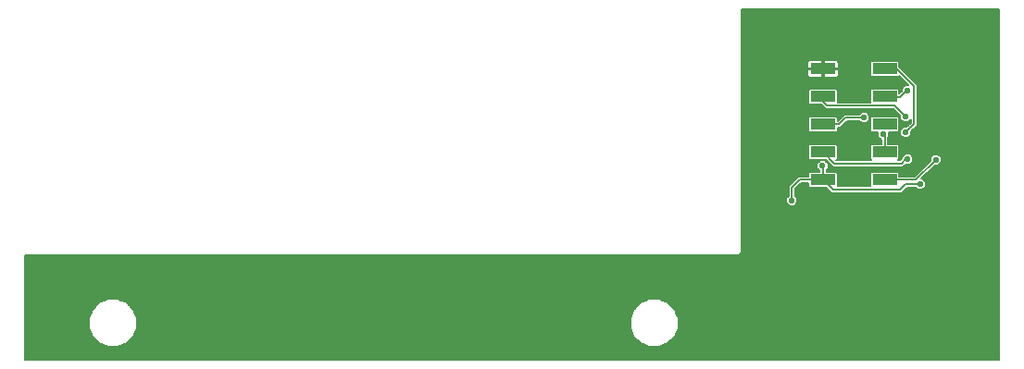
<source format=gbl>
G75*
%MOIN*%
%OFA0B0*%
%FSLAX25Y25*%
%IPPOS*%
%LPD*%
%AMOC8*
5,1,8,0,0,1.08239X$1,22.5*
%
%ADD10R,0.08750X0.04000*%
%ADD11C,0.02266*%
%ADD12C,0.00787*%
%ADD13C,0.00591*%
D10*
X0388505Y0158107D03*
X0410755Y0158107D03*
X0410755Y0168107D03*
X0388505Y0168107D03*
X0388505Y0178107D03*
X0410755Y0178107D03*
X0410755Y0188107D03*
X0388505Y0188107D03*
X0388505Y0198107D03*
X0410755Y0198107D03*
D11*
X0396677Y0196610D03*
X0396677Y0199760D03*
X0389197Y0193067D03*
X0418921Y0190114D03*
X0418331Y0180862D03*
X0418331Y0175154D03*
X0410260Y0174466D03*
X0403370Y0180469D03*
X0419000Y0165508D03*
X0429157Y0165311D03*
X0423449Y0156453D03*
X0388409Y0163146D03*
X0377383Y0150706D03*
D12*
X0377383Y0155296D01*
X0380193Y0158107D01*
X0388505Y0158107D01*
X0388505Y0163051D01*
X0388409Y0163146D01*
X0392678Y0163933D02*
X0388505Y0168107D01*
X0392678Y0163933D02*
X0416756Y0163933D01*
X0418331Y0165508D01*
X0419000Y0165508D01*
X0410755Y0168107D02*
X0410755Y0173971D01*
X0410260Y0174466D01*
X0392127Y0154485D02*
X0388505Y0158107D01*
X0392127Y0154485D02*
X0416362Y0154485D01*
X0418331Y0156453D01*
X0423449Y0156453D01*
D13*
X0101327Y0130937D02*
X0101327Y0093386D01*
X0451870Y0093386D01*
X0451870Y0219520D01*
X0359201Y0219520D01*
X0359201Y0132047D01*
X0358091Y0130937D01*
X0101327Y0130937D01*
X0101327Y0130587D02*
X0451870Y0130587D01*
X0451870Y0131176D02*
X0358330Y0131176D01*
X0358919Y0131765D02*
X0451870Y0131765D01*
X0451870Y0132354D02*
X0359201Y0132354D01*
X0359201Y0132943D02*
X0451870Y0132943D01*
X0451870Y0133532D02*
X0359201Y0133532D01*
X0359201Y0134121D02*
X0451870Y0134121D01*
X0451870Y0134710D02*
X0359201Y0134710D01*
X0359201Y0135299D02*
X0451870Y0135299D01*
X0451870Y0135888D02*
X0359201Y0135888D01*
X0359201Y0136477D02*
X0451870Y0136477D01*
X0451870Y0137066D02*
X0359201Y0137066D01*
X0359201Y0137655D02*
X0451870Y0137655D01*
X0451870Y0138245D02*
X0359201Y0138245D01*
X0359201Y0138834D02*
X0451870Y0138834D01*
X0451870Y0139423D02*
X0359201Y0139423D01*
X0359201Y0140012D02*
X0451870Y0140012D01*
X0451870Y0140601D02*
X0359201Y0140601D01*
X0359201Y0141190D02*
X0451870Y0141190D01*
X0451870Y0141779D02*
X0359201Y0141779D01*
X0359201Y0142368D02*
X0451870Y0142368D01*
X0451870Y0142957D02*
X0359201Y0142957D01*
X0359201Y0143546D02*
X0451870Y0143546D01*
X0451870Y0144135D02*
X0359201Y0144135D01*
X0359201Y0144724D02*
X0451870Y0144724D01*
X0451870Y0145313D02*
X0359201Y0145313D01*
X0359201Y0145902D02*
X0451870Y0145902D01*
X0451870Y0146491D02*
X0359201Y0146491D01*
X0359201Y0147080D02*
X0451870Y0147080D01*
X0451870Y0147670D02*
X0359201Y0147670D01*
X0359201Y0148259D02*
X0451870Y0148259D01*
X0451870Y0148848D02*
X0378393Y0148848D01*
X0378223Y0148678D02*
X0379411Y0149866D01*
X0379411Y0151547D01*
X0378672Y0152286D01*
X0378672Y0154762D01*
X0380727Y0156818D01*
X0383235Y0156818D01*
X0383235Y0155736D01*
X0383759Y0155211D01*
X0389577Y0155211D01*
X0391593Y0153196D01*
X0416896Y0153196D01*
X0417651Y0153951D01*
X0418865Y0155164D01*
X0421869Y0155164D01*
X0422609Y0154425D01*
X0424289Y0154425D01*
X0425477Y0155613D01*
X0425477Y0157293D01*
X0424289Y0158481D01*
X0424011Y0158481D01*
X0428813Y0163283D01*
X0429998Y0163283D01*
X0431186Y0164471D01*
X0431186Y0166151D01*
X0429998Y0167340D01*
X0428317Y0167340D01*
X0427129Y0166151D01*
X0427129Y0164967D01*
X0421460Y0159297D01*
X0416025Y0159297D01*
X0416025Y0160477D01*
X0415500Y0161002D01*
X0406009Y0161002D01*
X0405485Y0160477D01*
X0405485Y0155773D01*
X0393775Y0155773D01*
X0393775Y0160477D01*
X0393250Y0161002D01*
X0389794Y0161002D01*
X0389794Y0161662D01*
X0390438Y0162306D01*
X0390438Y0163986D01*
X0389250Y0165174D01*
X0387569Y0165174D01*
X0386381Y0163986D01*
X0386381Y0162306D01*
X0387216Y0161471D01*
X0387216Y0161002D01*
X0383759Y0161002D01*
X0383235Y0160477D01*
X0383235Y0159396D01*
X0379659Y0159396D01*
X0376849Y0156585D01*
X0376094Y0155830D01*
X0376094Y0152286D01*
X0375355Y0151547D01*
X0375355Y0149866D01*
X0376543Y0148678D01*
X0378223Y0148678D01*
X0378982Y0149437D02*
X0451870Y0149437D01*
X0451870Y0150026D02*
X0379411Y0150026D01*
X0379411Y0150615D02*
X0451870Y0150615D01*
X0451870Y0151204D02*
X0379411Y0151204D01*
X0379165Y0151793D02*
X0451870Y0151793D01*
X0451870Y0152382D02*
X0378672Y0152382D01*
X0378672Y0152971D02*
X0451870Y0152971D01*
X0451870Y0153560D02*
X0417261Y0153560D01*
X0417850Y0154149D02*
X0451870Y0154149D01*
X0451870Y0154738D02*
X0424603Y0154738D01*
X0425192Y0155327D02*
X0451870Y0155327D01*
X0451870Y0155916D02*
X0425477Y0155916D01*
X0425477Y0156505D02*
X0451870Y0156505D01*
X0451870Y0157095D02*
X0425477Y0157095D01*
X0425087Y0157684D02*
X0451870Y0157684D01*
X0451870Y0158273D02*
X0424498Y0158273D01*
X0424392Y0158862D02*
X0451870Y0158862D01*
X0451870Y0159451D02*
X0424981Y0159451D01*
X0425570Y0160040D02*
X0451870Y0160040D01*
X0451870Y0160629D02*
X0426159Y0160629D01*
X0426748Y0161218D02*
X0451870Y0161218D01*
X0451870Y0161807D02*
X0427337Y0161807D01*
X0427926Y0162396D02*
X0451870Y0162396D01*
X0451870Y0162985D02*
X0428515Y0162985D01*
X0430289Y0163574D02*
X0451870Y0163574D01*
X0451870Y0164163D02*
X0430878Y0164163D01*
X0431186Y0164752D02*
X0451870Y0164752D01*
X0451870Y0165341D02*
X0431186Y0165341D01*
X0431186Y0165930D02*
X0451870Y0165930D01*
X0451870Y0166520D02*
X0430818Y0166520D01*
X0430229Y0167109D02*
X0451870Y0167109D01*
X0451870Y0167698D02*
X0416025Y0167698D01*
X0416025Y0168287D02*
X0451870Y0168287D01*
X0451870Y0168876D02*
X0416025Y0168876D01*
X0416025Y0169465D02*
X0451870Y0169465D01*
X0451870Y0170054D02*
X0416025Y0170054D01*
X0416025Y0170477D02*
X0415500Y0171002D01*
X0412044Y0171002D01*
X0412044Y0173381D01*
X0412288Y0173625D01*
X0412288Y0175211D01*
X0415500Y0175211D01*
X0416025Y0175736D01*
X0416025Y0180477D01*
X0415500Y0181002D01*
X0406009Y0181002D01*
X0405485Y0180477D01*
X0405485Y0175736D01*
X0406009Y0175211D01*
X0408231Y0175211D01*
X0408231Y0173625D01*
X0409420Y0172437D01*
X0409466Y0172437D01*
X0409466Y0171002D01*
X0406009Y0171002D01*
X0405485Y0170477D01*
X0405485Y0165736D01*
X0405998Y0165222D01*
X0393261Y0165222D01*
X0393775Y0165736D01*
X0393775Y0170477D01*
X0393250Y0171002D01*
X0383759Y0171002D01*
X0383235Y0170477D01*
X0383235Y0165736D01*
X0383759Y0165211D01*
X0389577Y0165211D01*
X0392144Y0162644D01*
X0417290Y0162644D01*
X0418045Y0163399D01*
X0418143Y0163497D01*
X0418160Y0163480D01*
X0419840Y0163480D01*
X0421028Y0164668D01*
X0421028Y0166348D01*
X0419840Y0167536D01*
X0418160Y0167536D01*
X0416972Y0166348D01*
X0416972Y0165972D01*
X0416222Y0165222D01*
X0415511Y0165222D01*
X0416025Y0165736D01*
X0416025Y0170477D01*
X0415859Y0170643D02*
X0451870Y0170643D01*
X0451870Y0171232D02*
X0412044Y0171232D01*
X0412044Y0171821D02*
X0451870Y0171821D01*
X0451870Y0172410D02*
X0412044Y0172410D01*
X0412044Y0172999D02*
X0451870Y0172999D01*
X0451870Y0173588D02*
X0419634Y0173588D01*
X0419171Y0173125D02*
X0420359Y0174314D01*
X0420359Y0175498D01*
X0422474Y0177613D01*
X0422474Y0192379D01*
X0421777Y0193077D01*
X0421777Y0193077D01*
X0416254Y0198600D01*
X0416025Y0198828D01*
X0416025Y0200477D01*
X0415500Y0201002D01*
X0406009Y0201002D01*
X0405485Y0200477D01*
X0405485Y0195736D01*
X0406009Y0195211D01*
X0415500Y0195211D01*
X0415887Y0195598D01*
X0419343Y0192143D01*
X0418081Y0192143D01*
X0416893Y0190955D01*
X0416893Y0190163D01*
X0416025Y0189295D01*
X0416025Y0190477D01*
X0415500Y0191002D01*
X0406009Y0191002D01*
X0405485Y0190477D01*
X0405485Y0185990D01*
X0393775Y0185990D01*
X0393775Y0190477D01*
X0393250Y0191002D01*
X0383759Y0191002D01*
X0383235Y0190477D01*
X0383235Y0185736D01*
X0383759Y0185211D01*
X0387889Y0185211D01*
X0388794Y0184306D01*
X0389491Y0183609D01*
X0413901Y0183609D01*
X0416302Y0181207D01*
X0416302Y0180022D01*
X0417491Y0178834D01*
X0419171Y0178834D01*
X0420093Y0179756D01*
X0420093Y0178600D01*
X0418675Y0177182D01*
X0417491Y0177182D01*
X0416302Y0175994D01*
X0416302Y0174314D01*
X0417491Y0173125D01*
X0419171Y0173125D01*
X0420223Y0174177D02*
X0451870Y0174177D01*
X0451870Y0174766D02*
X0420359Y0174766D01*
X0420359Y0175355D02*
X0451870Y0175355D01*
X0451870Y0175945D02*
X0420805Y0175945D01*
X0421394Y0176534D02*
X0451870Y0176534D01*
X0451870Y0177123D02*
X0421983Y0177123D01*
X0422474Y0177712D02*
X0451870Y0177712D01*
X0451870Y0178301D02*
X0422474Y0178301D01*
X0422474Y0178890D02*
X0451870Y0178890D01*
X0451870Y0179479D02*
X0422474Y0179479D01*
X0422474Y0180068D02*
X0451870Y0180068D01*
X0451870Y0180657D02*
X0422474Y0180657D01*
X0422474Y0181246D02*
X0451870Y0181246D01*
X0451870Y0181835D02*
X0422474Y0181835D01*
X0422474Y0182424D02*
X0451870Y0182424D01*
X0451870Y0183013D02*
X0422474Y0183013D01*
X0422474Y0183602D02*
X0451870Y0183602D01*
X0451870Y0184191D02*
X0422474Y0184191D01*
X0422474Y0184780D02*
X0451870Y0184780D01*
X0451870Y0185370D02*
X0422474Y0185370D01*
X0422474Y0185959D02*
X0451870Y0185959D01*
X0451870Y0186548D02*
X0422474Y0186548D01*
X0422474Y0187137D02*
X0451870Y0187137D01*
X0451870Y0187726D02*
X0422474Y0187726D01*
X0422474Y0188315D02*
X0451870Y0188315D01*
X0451870Y0188904D02*
X0422474Y0188904D01*
X0422474Y0189493D02*
X0451870Y0189493D01*
X0451870Y0190082D02*
X0422474Y0190082D01*
X0422474Y0190671D02*
X0451870Y0190671D01*
X0451870Y0191260D02*
X0422474Y0191260D01*
X0422474Y0191849D02*
X0451870Y0191849D01*
X0451870Y0192438D02*
X0422415Y0192438D01*
X0421826Y0193027D02*
X0451870Y0193027D01*
X0451870Y0193616D02*
X0421237Y0193616D01*
X0420648Y0194205D02*
X0451870Y0194205D01*
X0451870Y0194795D02*
X0420059Y0194795D01*
X0419470Y0195384D02*
X0451870Y0195384D01*
X0451870Y0195973D02*
X0418881Y0195973D01*
X0418291Y0196562D02*
X0451870Y0196562D01*
X0451870Y0197151D02*
X0417702Y0197151D01*
X0417113Y0197740D02*
X0451870Y0197740D01*
X0451870Y0198329D02*
X0416524Y0198329D01*
X0416254Y0198600D02*
X0416254Y0198600D01*
X0416025Y0198918D02*
X0451870Y0198918D01*
X0451870Y0199507D02*
X0416025Y0199507D01*
X0416025Y0200096D02*
X0451870Y0200096D01*
X0451870Y0200685D02*
X0415817Y0200685D01*
X0405692Y0200685D02*
X0394041Y0200685D01*
X0394087Y0200607D02*
X0393916Y0200902D01*
X0393675Y0201143D01*
X0393379Y0201314D01*
X0393050Y0201402D01*
X0388800Y0201402D01*
X0388800Y0198402D01*
X0388209Y0198402D01*
X0388209Y0197811D01*
X0382835Y0197811D01*
X0382835Y0195936D01*
X0382923Y0195607D01*
X0383093Y0195311D01*
X0383335Y0195070D01*
X0383630Y0194900D01*
X0383959Y0194811D01*
X0388209Y0194811D01*
X0388209Y0197811D01*
X0388800Y0197811D01*
X0388800Y0194811D01*
X0393050Y0194811D01*
X0393379Y0194900D01*
X0393675Y0195070D01*
X0393916Y0195311D01*
X0394087Y0195607D01*
X0394175Y0195936D01*
X0394175Y0197811D01*
X0388800Y0197811D01*
X0388800Y0198402D01*
X0394175Y0198402D01*
X0394175Y0200277D01*
X0394087Y0200607D01*
X0394175Y0200096D02*
X0405485Y0200096D01*
X0405485Y0199507D02*
X0394175Y0199507D01*
X0394175Y0198918D02*
X0405485Y0198918D01*
X0405485Y0198329D02*
X0388800Y0198329D01*
X0388800Y0198918D02*
X0388209Y0198918D01*
X0388209Y0198402D02*
X0388209Y0201402D01*
X0383959Y0201402D01*
X0383630Y0201314D01*
X0383335Y0201143D01*
X0383093Y0200902D01*
X0382923Y0200607D01*
X0382835Y0200277D01*
X0382835Y0198402D01*
X0388209Y0198402D01*
X0388209Y0198329D02*
X0359201Y0198329D01*
X0359201Y0198918D02*
X0382835Y0198918D01*
X0382835Y0199507D02*
X0359201Y0199507D01*
X0359201Y0200096D02*
X0382835Y0200096D01*
X0382968Y0200685D02*
X0359201Y0200685D01*
X0359201Y0201274D02*
X0383562Y0201274D01*
X0388209Y0201274D02*
X0388800Y0201274D01*
X0388800Y0200685D02*
X0388209Y0200685D01*
X0388209Y0200096D02*
X0388800Y0200096D01*
X0388800Y0199507D02*
X0388209Y0199507D01*
X0388209Y0197740D02*
X0388800Y0197740D01*
X0388800Y0197151D02*
X0388209Y0197151D01*
X0388209Y0196562D02*
X0388800Y0196562D01*
X0388800Y0195973D02*
X0388209Y0195973D01*
X0388209Y0195384D02*
X0388800Y0195384D01*
X0393958Y0195384D02*
X0405837Y0195384D01*
X0405485Y0195973D02*
X0394175Y0195973D01*
X0394175Y0196562D02*
X0405485Y0196562D01*
X0405485Y0197151D02*
X0394175Y0197151D01*
X0394175Y0197740D02*
X0405485Y0197740D01*
X0410755Y0198107D02*
X0415063Y0198107D01*
X0421283Y0191886D01*
X0421283Y0178107D01*
X0418331Y0175154D01*
X0416842Y0176534D02*
X0416025Y0176534D01*
X0416025Y0177123D02*
X0417431Y0177123D01*
X0416025Y0177712D02*
X0419205Y0177712D01*
X0419794Y0178301D02*
X0416025Y0178301D01*
X0416025Y0178890D02*
X0417435Y0178890D01*
X0416846Y0179479D02*
X0416025Y0179479D01*
X0416025Y0180068D02*
X0416302Y0180068D01*
X0416302Y0180657D02*
X0415845Y0180657D01*
X0416263Y0181246D02*
X0405398Y0181246D01*
X0405398Y0181309D02*
X0404210Y0182497D01*
X0402530Y0182497D01*
X0401692Y0181659D01*
X0396184Y0181659D01*
X0393822Y0179297D01*
X0393775Y0179297D01*
X0393775Y0180477D01*
X0393250Y0181002D01*
X0383759Y0181002D01*
X0383235Y0180477D01*
X0383235Y0175736D01*
X0383759Y0175211D01*
X0393250Y0175211D01*
X0393775Y0175736D01*
X0393775Y0176916D01*
X0394808Y0176916D01*
X0397170Y0179278D01*
X0401692Y0179278D01*
X0402530Y0178440D01*
X0404210Y0178440D01*
X0405398Y0179629D01*
X0405398Y0181309D01*
X0405398Y0180657D02*
X0405664Y0180657D01*
X0405485Y0180068D02*
X0405398Y0180068D01*
X0405485Y0179479D02*
X0405249Y0179479D01*
X0405485Y0178890D02*
X0404660Y0178890D01*
X0405485Y0178301D02*
X0396193Y0178301D01*
X0396782Y0178890D02*
X0402080Y0178890D01*
X0403370Y0180469D02*
X0396677Y0180469D01*
X0394315Y0178107D01*
X0388505Y0178107D01*
X0383235Y0178301D02*
X0359201Y0178301D01*
X0359201Y0178890D02*
X0383235Y0178890D01*
X0383235Y0179479D02*
X0359201Y0179479D01*
X0359201Y0180068D02*
X0383235Y0180068D01*
X0383414Y0180657D02*
X0359201Y0180657D01*
X0359201Y0181246D02*
X0395771Y0181246D01*
X0395182Y0180657D02*
X0393595Y0180657D01*
X0393775Y0180068D02*
X0394593Y0180068D01*
X0394004Y0179479D02*
X0393775Y0179479D01*
X0395604Y0177712D02*
X0405485Y0177712D01*
X0405485Y0177123D02*
X0395015Y0177123D01*
X0393775Y0176534D02*
X0405485Y0176534D01*
X0405485Y0175945D02*
X0393775Y0175945D01*
X0393395Y0175355D02*
X0405865Y0175355D01*
X0408231Y0174766D02*
X0359201Y0174766D01*
X0359201Y0174177D02*
X0408231Y0174177D01*
X0408269Y0173588D02*
X0359201Y0173588D01*
X0359201Y0172999D02*
X0408858Y0172999D01*
X0409466Y0172410D02*
X0359201Y0172410D01*
X0359201Y0171821D02*
X0409466Y0171821D01*
X0409466Y0171232D02*
X0359201Y0171232D01*
X0359201Y0170643D02*
X0383400Y0170643D01*
X0383235Y0170054D02*
X0359201Y0170054D01*
X0359201Y0169465D02*
X0383235Y0169465D01*
X0383235Y0168876D02*
X0359201Y0168876D01*
X0359201Y0168287D02*
X0383235Y0168287D01*
X0383235Y0167698D02*
X0359201Y0167698D01*
X0359201Y0167109D02*
X0383235Y0167109D01*
X0383235Y0166520D02*
X0359201Y0166520D01*
X0359201Y0165930D02*
X0383235Y0165930D01*
X0383629Y0165341D02*
X0359201Y0165341D01*
X0359201Y0164752D02*
X0387147Y0164752D01*
X0386558Y0164163D02*
X0359201Y0164163D01*
X0359201Y0163574D02*
X0386381Y0163574D01*
X0386381Y0162985D02*
X0359201Y0162985D01*
X0359201Y0162396D02*
X0386381Y0162396D01*
X0386880Y0161807D02*
X0359201Y0161807D01*
X0359201Y0161218D02*
X0387216Y0161218D01*
X0389794Y0161218D02*
X0423380Y0161218D01*
X0422791Y0160629D02*
X0415873Y0160629D01*
X0416025Y0160040D02*
X0422202Y0160040D01*
X0421613Y0159451D02*
X0416025Y0159451D01*
X0410755Y0158107D02*
X0421953Y0158107D01*
X0429157Y0165311D01*
X0427129Y0165341D02*
X0421028Y0165341D01*
X0421028Y0164752D02*
X0426915Y0164752D01*
X0426326Y0164163D02*
X0420524Y0164163D01*
X0419935Y0163574D02*
X0425737Y0163574D01*
X0425148Y0162985D02*
X0417631Y0162985D01*
X0416341Y0165341D02*
X0415630Y0165341D01*
X0416025Y0165930D02*
X0416930Y0165930D01*
X0417143Y0166520D02*
X0416025Y0166520D01*
X0416025Y0167109D02*
X0417732Y0167109D01*
X0420268Y0167109D02*
X0428086Y0167109D01*
X0427497Y0166520D02*
X0420857Y0166520D01*
X0421028Y0165930D02*
X0427129Y0165930D01*
X0424559Y0162396D02*
X0390438Y0162396D01*
X0390438Y0162985D02*
X0391803Y0162985D01*
X0391214Y0163574D02*
X0390438Y0163574D01*
X0390261Y0164163D02*
X0390625Y0164163D01*
X0390036Y0164752D02*
X0389672Y0164752D01*
X0389939Y0161807D02*
X0423970Y0161807D01*
X0405636Y0160629D02*
X0393623Y0160629D01*
X0393775Y0160040D02*
X0405485Y0160040D01*
X0405485Y0159451D02*
X0393775Y0159451D01*
X0393775Y0158862D02*
X0405485Y0158862D01*
X0405485Y0158273D02*
X0393775Y0158273D01*
X0393775Y0157684D02*
X0405485Y0157684D01*
X0405485Y0157095D02*
X0393775Y0157095D01*
X0393775Y0156505D02*
X0405485Y0156505D01*
X0405485Y0155916D02*
X0393775Y0155916D01*
X0391228Y0153560D02*
X0378672Y0153560D01*
X0378672Y0154149D02*
X0390639Y0154149D01*
X0390050Y0154738D02*
X0378672Y0154738D01*
X0379237Y0155327D02*
X0383643Y0155327D01*
X0383235Y0155916D02*
X0379826Y0155916D01*
X0380415Y0156505D02*
X0383235Y0156505D01*
X0383235Y0159451D02*
X0359201Y0159451D01*
X0359201Y0160040D02*
X0383235Y0160040D01*
X0383386Y0160629D02*
X0359201Y0160629D01*
X0359201Y0158862D02*
X0379126Y0158862D01*
X0378536Y0158273D02*
X0359201Y0158273D01*
X0359201Y0157684D02*
X0377947Y0157684D01*
X0377358Y0157095D02*
X0359201Y0157095D01*
X0359201Y0156505D02*
X0376769Y0156505D01*
X0376180Y0155916D02*
X0359201Y0155916D01*
X0359201Y0155327D02*
X0376094Y0155327D01*
X0376094Y0154738D02*
X0359201Y0154738D01*
X0359201Y0154149D02*
X0376094Y0154149D01*
X0376094Y0153560D02*
X0359201Y0153560D01*
X0359201Y0152971D02*
X0376094Y0152971D01*
X0376094Y0152382D02*
X0359201Y0152382D01*
X0359201Y0151793D02*
X0375601Y0151793D01*
X0375355Y0151204D02*
X0359201Y0151204D01*
X0359201Y0150615D02*
X0375355Y0150615D01*
X0375355Y0150026D02*
X0359201Y0150026D01*
X0359201Y0149437D02*
X0375784Y0149437D01*
X0376373Y0148848D02*
X0359201Y0148848D01*
X0418439Y0154738D02*
X0422295Y0154738D01*
X0405879Y0165341D02*
X0393380Y0165341D01*
X0393775Y0165930D02*
X0405485Y0165930D01*
X0405485Y0166520D02*
X0393775Y0166520D01*
X0393775Y0167109D02*
X0405485Y0167109D01*
X0405485Y0167698D02*
X0393775Y0167698D01*
X0393775Y0168287D02*
X0405485Y0168287D01*
X0405485Y0168876D02*
X0393775Y0168876D01*
X0393775Y0169465D02*
X0405485Y0169465D01*
X0405485Y0170054D02*
X0393775Y0170054D01*
X0393609Y0170643D02*
X0405650Y0170643D01*
X0412251Y0173588D02*
X0417028Y0173588D01*
X0416439Y0174177D02*
X0412288Y0174177D01*
X0412288Y0174766D02*
X0416302Y0174766D01*
X0416302Y0175355D02*
X0415645Y0175355D01*
X0416025Y0175945D02*
X0416302Y0175945D01*
X0419227Y0178890D02*
X0420093Y0178890D01*
X0420093Y0179479D02*
X0419816Y0179479D01*
X0418331Y0180862D02*
X0414394Y0184799D01*
X0389984Y0184799D01*
X0388505Y0186279D01*
X0388505Y0188107D01*
X0388320Y0184780D02*
X0359201Y0184780D01*
X0359201Y0184191D02*
X0388909Y0184191D01*
X0393775Y0186548D02*
X0405485Y0186548D01*
X0405485Y0187137D02*
X0393775Y0187137D01*
X0393775Y0187726D02*
X0405485Y0187726D01*
X0405485Y0188315D02*
X0393775Y0188315D01*
X0393775Y0188904D02*
X0405485Y0188904D01*
X0405485Y0189493D02*
X0393775Y0189493D01*
X0393775Y0190082D02*
X0405485Y0190082D01*
X0405678Y0190671D02*
X0393581Y0190671D01*
X0383428Y0190671D02*
X0359201Y0190671D01*
X0359201Y0190082D02*
X0383235Y0190082D01*
X0383235Y0189493D02*
X0359201Y0189493D01*
X0359201Y0188904D02*
X0383235Y0188904D01*
X0383235Y0188315D02*
X0359201Y0188315D01*
X0359201Y0187726D02*
X0383235Y0187726D01*
X0383235Y0187137D02*
X0359201Y0187137D01*
X0359201Y0186548D02*
X0383235Y0186548D01*
X0383235Y0185959D02*
X0359201Y0185959D01*
X0359201Y0185370D02*
X0383601Y0185370D01*
X0401868Y0181835D02*
X0359201Y0181835D01*
X0359201Y0182424D02*
X0402457Y0182424D01*
X0404283Y0182424D02*
X0415085Y0182424D01*
X0414496Y0183013D02*
X0359201Y0183013D01*
X0359201Y0183602D02*
X0413907Y0183602D01*
X0415674Y0181835D02*
X0404872Y0181835D01*
X0410912Y0187949D02*
X0410755Y0188107D01*
X0410912Y0187949D02*
X0416362Y0187949D01*
X0418528Y0190114D01*
X0418921Y0190114D01*
X0417198Y0191260D02*
X0359201Y0191260D01*
X0359201Y0191849D02*
X0417788Y0191849D01*
X0418459Y0193027D02*
X0359201Y0193027D01*
X0359201Y0192438D02*
X0419048Y0192438D01*
X0417869Y0193616D02*
X0359201Y0193616D01*
X0359201Y0194205D02*
X0417280Y0194205D01*
X0416691Y0194795D02*
X0359201Y0194795D01*
X0359201Y0195384D02*
X0383052Y0195384D01*
X0382835Y0195973D02*
X0359201Y0195973D01*
X0359201Y0196562D02*
X0382835Y0196562D01*
X0382835Y0197151D02*
X0359201Y0197151D01*
X0359201Y0197740D02*
X0382835Y0197740D01*
X0393448Y0201274D02*
X0451870Y0201274D01*
X0451870Y0201863D02*
X0359201Y0201863D01*
X0359201Y0202452D02*
X0451870Y0202452D01*
X0451870Y0203041D02*
X0359201Y0203041D01*
X0359201Y0203630D02*
X0451870Y0203630D01*
X0451870Y0204220D02*
X0359201Y0204220D01*
X0359201Y0204809D02*
X0451870Y0204809D01*
X0451870Y0205398D02*
X0359201Y0205398D01*
X0359201Y0205987D02*
X0451870Y0205987D01*
X0451870Y0206576D02*
X0359201Y0206576D01*
X0359201Y0207165D02*
X0451870Y0207165D01*
X0451870Y0207754D02*
X0359201Y0207754D01*
X0359201Y0208343D02*
X0451870Y0208343D01*
X0451870Y0208932D02*
X0359201Y0208932D01*
X0359201Y0209521D02*
X0451870Y0209521D01*
X0451870Y0210110D02*
X0359201Y0210110D01*
X0359201Y0210699D02*
X0451870Y0210699D01*
X0451870Y0211288D02*
X0359201Y0211288D01*
X0359201Y0211877D02*
X0451870Y0211877D01*
X0451870Y0212466D02*
X0359201Y0212466D01*
X0359201Y0213055D02*
X0451870Y0213055D01*
X0451870Y0213645D02*
X0359201Y0213645D01*
X0359201Y0214234D02*
X0451870Y0214234D01*
X0451870Y0214823D02*
X0359201Y0214823D01*
X0359201Y0215412D02*
X0451870Y0215412D01*
X0451870Y0216001D02*
X0359201Y0216001D01*
X0359201Y0216590D02*
X0451870Y0216590D01*
X0451870Y0217179D02*
X0359201Y0217179D01*
X0359201Y0217768D02*
X0451870Y0217768D01*
X0451870Y0218357D02*
X0359201Y0218357D01*
X0359201Y0218946D02*
X0451870Y0218946D01*
X0416102Y0195384D02*
X0415673Y0195384D01*
X0415831Y0190671D02*
X0416893Y0190671D01*
X0416811Y0190082D02*
X0416025Y0190082D01*
X0416025Y0189493D02*
X0416222Y0189493D01*
X0383235Y0177712D02*
X0359201Y0177712D01*
X0359201Y0177123D02*
X0383235Y0177123D01*
X0383235Y0176534D02*
X0359201Y0176534D01*
X0359201Y0175945D02*
X0383235Y0175945D01*
X0383615Y0175355D02*
X0359201Y0175355D01*
X0451870Y0129998D02*
X0101327Y0129998D01*
X0101327Y0129409D02*
X0451870Y0129409D01*
X0451870Y0128820D02*
X0101327Y0128820D01*
X0101327Y0128230D02*
X0451870Y0128230D01*
X0451870Y0127641D02*
X0101327Y0127641D01*
X0101327Y0127052D02*
X0451870Y0127052D01*
X0451870Y0126463D02*
X0101327Y0126463D01*
X0101327Y0125874D02*
X0451870Y0125874D01*
X0451870Y0125285D02*
X0101327Y0125285D01*
X0101327Y0124696D02*
X0451870Y0124696D01*
X0451870Y0124107D02*
X0101327Y0124107D01*
X0101327Y0123518D02*
X0451870Y0123518D01*
X0451870Y0122929D02*
X0101327Y0122929D01*
X0101327Y0122340D02*
X0451870Y0122340D01*
X0451870Y0121751D02*
X0101327Y0121751D01*
X0101327Y0121162D02*
X0451870Y0121162D01*
X0451870Y0120573D02*
X0101327Y0120573D01*
X0101327Y0119984D02*
X0451870Y0119984D01*
X0451870Y0119395D02*
X0101327Y0119395D01*
X0101327Y0118805D02*
X0451870Y0118805D01*
X0451870Y0118216D02*
X0101327Y0118216D01*
X0101327Y0117627D02*
X0451870Y0117627D01*
X0451870Y0117038D02*
X0101327Y0117038D01*
X0101327Y0116449D02*
X0451870Y0116449D01*
X0451870Y0115860D02*
X0101327Y0115860D01*
X0101327Y0115271D02*
X0451870Y0115271D01*
X0451870Y0114682D02*
X0330608Y0114682D01*
X0329507Y0115138D02*
X0326052Y0115138D01*
X0322860Y0113816D01*
X0320417Y0111373D01*
X0319094Y0108181D01*
X0319094Y0104725D01*
X0320417Y0101533D01*
X0322860Y0099090D01*
X0326052Y0097768D01*
X0329507Y0097768D01*
X0332699Y0099090D01*
X0335142Y0101533D01*
X0336465Y0104725D01*
X0336465Y0108181D01*
X0335142Y0111373D01*
X0332699Y0113816D01*
X0329507Y0115138D01*
X0332030Y0114093D02*
X0451870Y0114093D01*
X0451870Y0113504D02*
X0333011Y0113504D01*
X0333600Y0112915D02*
X0451870Y0112915D01*
X0451870Y0112326D02*
X0334189Y0112326D01*
X0334778Y0111737D02*
X0451870Y0111737D01*
X0451870Y0111148D02*
X0335236Y0111148D01*
X0335480Y0110559D02*
X0451870Y0110559D01*
X0451870Y0109970D02*
X0335724Y0109970D01*
X0335968Y0109380D02*
X0451870Y0109380D01*
X0451870Y0108791D02*
X0336212Y0108791D01*
X0336456Y0108202D02*
X0451870Y0108202D01*
X0451870Y0107613D02*
X0336465Y0107613D01*
X0336465Y0107024D02*
X0451870Y0107024D01*
X0451870Y0106435D02*
X0336465Y0106435D01*
X0336465Y0105846D02*
X0451870Y0105846D01*
X0451870Y0105257D02*
X0336465Y0105257D01*
X0336441Y0104668D02*
X0451870Y0104668D01*
X0451870Y0104079D02*
X0336197Y0104079D01*
X0335953Y0103490D02*
X0451870Y0103490D01*
X0451870Y0102901D02*
X0335709Y0102901D01*
X0335465Y0102312D02*
X0451870Y0102312D01*
X0451870Y0101723D02*
X0335221Y0101723D01*
X0334743Y0101134D02*
X0451870Y0101134D01*
X0451870Y0100545D02*
X0334154Y0100545D01*
X0333564Y0099955D02*
X0451870Y0099955D01*
X0451870Y0099366D02*
X0332975Y0099366D01*
X0331944Y0098777D02*
X0451870Y0098777D01*
X0451870Y0098188D02*
X0330522Y0098188D01*
X0325037Y0098188D02*
X0135640Y0098188D01*
X0134625Y0097768D02*
X0137817Y0099090D01*
X0140260Y0101533D01*
X0141583Y0104725D01*
X0141583Y0108181D01*
X0140260Y0111373D01*
X0137817Y0113816D01*
X0134625Y0115138D01*
X0131170Y0115138D01*
X0127978Y0113816D01*
X0125535Y0111373D01*
X0124213Y0108181D01*
X0124213Y0104725D01*
X0125535Y0101533D01*
X0127978Y0099090D01*
X0131170Y0097768D01*
X0134625Y0097768D01*
X0137062Y0098777D02*
X0323615Y0098777D01*
X0322584Y0099366D02*
X0138094Y0099366D01*
X0138683Y0099955D02*
X0321995Y0099955D01*
X0321406Y0100545D02*
X0139272Y0100545D01*
X0139861Y0101134D02*
X0320816Y0101134D01*
X0320338Y0101723D02*
X0140339Y0101723D01*
X0140583Y0102312D02*
X0320094Y0102312D01*
X0319850Y0102901D02*
X0140827Y0102901D01*
X0141071Y0103490D02*
X0319606Y0103490D01*
X0319362Y0104079D02*
X0141315Y0104079D01*
X0141559Y0104668D02*
X0319118Y0104668D01*
X0319094Y0105257D02*
X0141583Y0105257D01*
X0141583Y0105846D02*
X0319094Y0105846D01*
X0319094Y0106435D02*
X0141583Y0106435D01*
X0141583Y0107024D02*
X0319094Y0107024D01*
X0319094Y0107613D02*
X0141583Y0107613D01*
X0141574Y0108202D02*
X0319104Y0108202D01*
X0319348Y0108791D02*
X0141330Y0108791D01*
X0141086Y0109380D02*
X0319592Y0109380D01*
X0319836Y0109970D02*
X0140842Y0109970D01*
X0140598Y0110559D02*
X0320080Y0110559D01*
X0320323Y0111148D02*
X0140354Y0111148D01*
X0139896Y0111737D02*
X0320781Y0111737D01*
X0321370Y0112326D02*
X0139307Y0112326D01*
X0138718Y0112915D02*
X0321959Y0112915D01*
X0322548Y0113504D02*
X0138129Y0113504D01*
X0137148Y0114093D02*
X0323529Y0114093D01*
X0324951Y0114682D02*
X0135726Y0114682D01*
X0130069Y0114682D02*
X0101327Y0114682D01*
X0101327Y0114093D02*
X0128647Y0114093D01*
X0127666Y0113504D02*
X0101327Y0113504D01*
X0101327Y0112915D02*
X0127077Y0112915D01*
X0126488Y0112326D02*
X0101327Y0112326D01*
X0101327Y0111737D02*
X0125899Y0111737D01*
X0125442Y0111148D02*
X0101327Y0111148D01*
X0101327Y0110559D02*
X0125198Y0110559D01*
X0124954Y0109970D02*
X0101327Y0109970D01*
X0101327Y0109380D02*
X0124710Y0109380D01*
X0124466Y0108791D02*
X0101327Y0108791D01*
X0101327Y0108202D02*
X0124222Y0108202D01*
X0124213Y0107613D02*
X0101327Y0107613D01*
X0101327Y0107024D02*
X0124213Y0107024D01*
X0124213Y0106435D02*
X0101327Y0106435D01*
X0101327Y0105846D02*
X0124213Y0105846D01*
X0124213Y0105257D02*
X0101327Y0105257D01*
X0101327Y0104668D02*
X0124236Y0104668D01*
X0124480Y0104079D02*
X0101327Y0104079D01*
X0101327Y0103490D02*
X0124724Y0103490D01*
X0124968Y0102901D02*
X0101327Y0102901D01*
X0101327Y0102312D02*
X0125212Y0102312D01*
X0125456Y0101723D02*
X0101327Y0101723D01*
X0101327Y0101134D02*
X0125935Y0101134D01*
X0126524Y0100545D02*
X0101327Y0100545D01*
X0101327Y0099955D02*
X0127113Y0099955D01*
X0127702Y0099366D02*
X0101327Y0099366D01*
X0101327Y0098777D02*
X0128733Y0098777D01*
X0130155Y0098188D02*
X0101327Y0098188D01*
X0101327Y0097599D02*
X0451870Y0097599D01*
X0451870Y0097010D02*
X0101327Y0097010D01*
X0101327Y0096421D02*
X0451870Y0096421D01*
X0451870Y0095832D02*
X0101327Y0095832D01*
X0101327Y0095243D02*
X0451870Y0095243D01*
X0451870Y0094654D02*
X0101327Y0094654D01*
X0101327Y0094065D02*
X0451870Y0094065D01*
X0451870Y0093476D02*
X0101327Y0093476D01*
M02*

</source>
